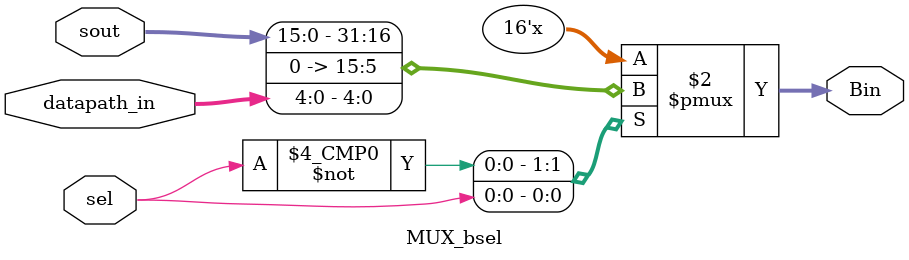
<source format=v>
module datapath(datapath_in, vsel, writenum, write, readnum, clk, loada, loadb, shift, asel, bsel, ALUop, loadc, loads, Z_out, datapath_out);

input[15:0] datapath_in;
input [2:0] writenum, readnum;
input [1:0] ALUop, shift;
input write, clk, asel, bsel, vsel, loada, loadb, loadc, loads;

output [15:0] datapath_out;
output Z_out;

reg[15:0] data_in;
wire [15:0] data_out, A_in, B_in, sout, Ain, Bin, out;
wire Z;

  // MUX at the beginning of datapath. 
  always @(*)begin
    case(vsel)
      1'b0 : data_in = datapath_out;
      1'b1 : data_in = datapath_in;
     endcase
  end

// Module Instanciation 
// Resister File.
regfile U0(data_in, writenum, write, readnum, clk, data_out);

// Load A & Load B.
vDFF_L A(clk, loada, data_out, A_in);
vDFF_L B(clk, loadb, data_out, B_in);

// Shifter after Load B.
shifter U1(B_in, shift, sout);

// MUX after Load A & Load B.
MUX_asel muxa(A_in, asel, Ain);
MUX_bsel muxb(sout, datapath_in, bsel, Bin);

// ALU after MUX's
ALU U2(Ain, Bin, ALUop, out, Z);
vDFF_L C(clk, loadc, out, datapath_out);	// Load C
vDFF_L #(1) status(clk, loads, Z, Z_out);	// Status
endmodule


// MUX after Load A
module MUX_asel(A_in, sel, Ain);
  input [15:0] A_in;
  input sel;
  output [15:0] Ain;

  reg [15:0]Ain;

  // selections
  always@(*) begin
    case(sel)
      1'b0: Ain = A_in;
      1'b1: Ain = 16'd0;
    endcase
  end
endmodule


module MUX_bsel(sout, datapath_in, sel, Bin);
  input [15:0] sout, datapath_in;
  input sel;
  output [15:0] Bin;

  reg [15:0] Bin;

  // selections
  always@(*) begin
    case(sel)
      1'b0: Bin = sout;
      1'b1: Bin = {11'd0, datapath_in[4:0]};
    endcase
  end
endmodule













</source>
